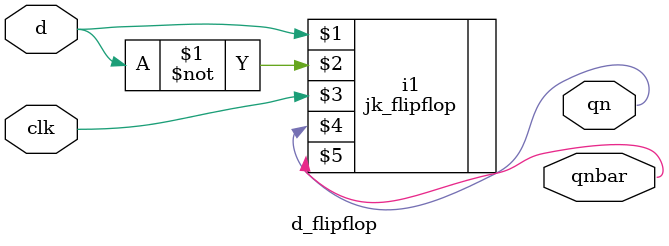
<source format=v>

module d_flipflop(input d, clk, output qn, qnbar );

jk_flipflop i1(d, ~d, clk, qn, qnbar);

endmodule

</source>
